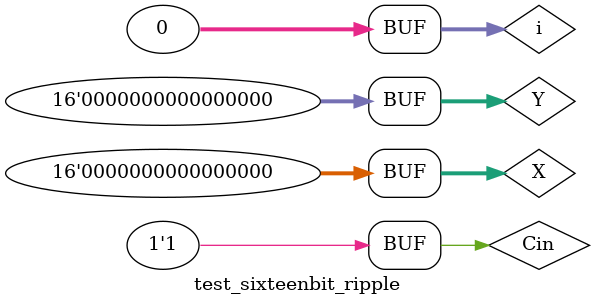
<source format=v>
`timescale 1ns / 1ps


module test_sixteenbit_ripple;

	// Inputs
	reg [15:0] X;
	reg [15:0] Y;
	reg Cin;

	integer i;
	
	// Outputs
	wire [15:0] Sum;
	wire Cout;

	// Instantiate the Unit Under Test (UUT)
	sixteenbit_ripple uut (
		.X(X), 
		.Y(Y), 
		.Cin(Cin), 
		.Sum(Sum), 
		.Cout(Cout)
	);

	initial begin
		$display("16-bit Ripple Carry Simulation has Started..");
		
		// Initialize Inputs
		X = 0;
		Y = 0;
		Cin = 0;

		// Wait 100 ns for global reset to finish
		#100;
        
		// Add stimulus here
		$display("X	Y	Cin	Cout	Sum");
		
		// NOTE: Both of the loops below are unreasonably large. To 
		//			simulate the correct addition of these #s,just change 
		// 		the conditional statement in the loops.
		// 		I just wanted to show that I conceptually understood
		//			the testing process for a 16-bit adder.
		
		// Test the addition of X and Y assuming the Cin is 0.
		Cin = 0;
		for(i = 0; i < 2**32; i = i+1)
		begin
			{X, Y} = i;
			#10
			
			if ({Cout, Sum} != (X+Y+Cin))
			begin
				$display("Error When Adding:");
				$display("%d	%d	%d	%d	%d", X, Y, Cin, Cout, Sum);
			end
		end
		
		// Test the addition of X and Y assuming Cin is 1.
		Cin = 1;
		for(i = 0; i < 2**32; i = i+1)
		begin
			{X, Y} = i;
			#10
			
			if ({Cout, Sum} != (X+Y+Cin))
			begin
				$display("Error When Adding:");
				$display("%d	%d	%d	%d	%d", X, Y, Cin, Cout, Sum);
			end
		end
		
		$display("16-bit Ripple Carry Simulation has Ended..");
		$display("If no decimal output was displayed, then there weren't any errors.");
	end
      
endmodule


</source>
